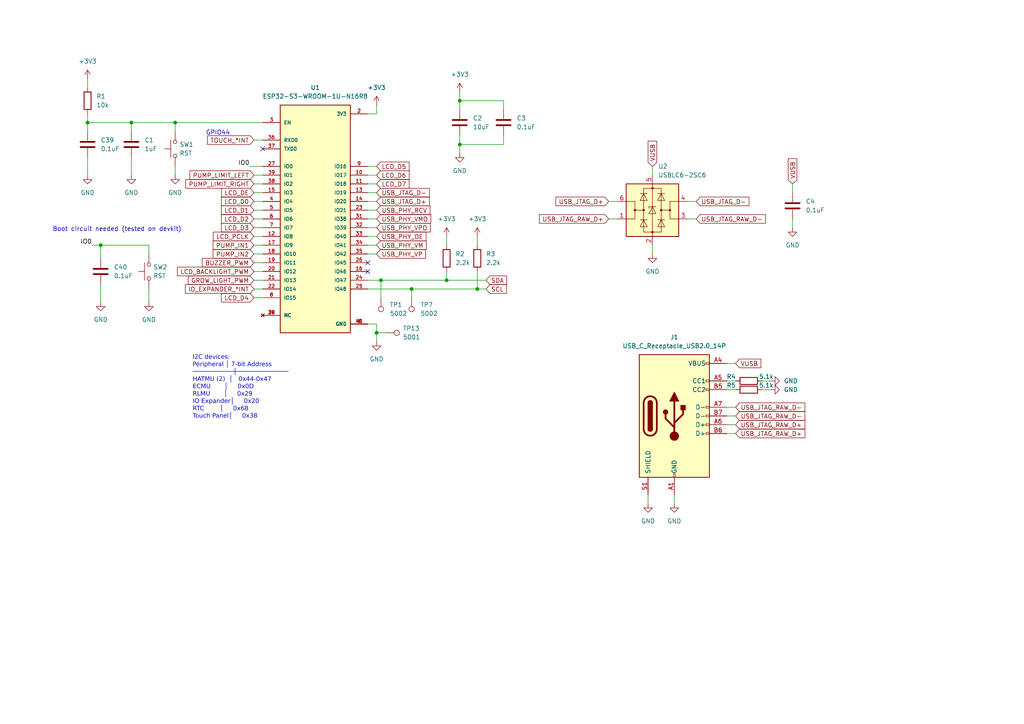
<source format=kicad_sch>
(kicad_sch (version 20231120) (generator "eeschema") (generator_version "8.0")
  (paper "A4")
  (lib_symbols
    (symbol "Connector:TestPoint" (pin_numbers hide) (pin_names (offset 0.762) hide)
      (property "Reference" "TP" (at 0 6.858 0))
      (property "Value" "TestPoint" (at 0 5.08 0))
      (symbol "TestPoint_0_1"
        (circle (center 0 3.302) (radius 0.762))
      )
      (symbol "TestPoint_1_1"
        (pin passive line (at 0 0 90) (length 2.54) (name "1") (number "1"))
      )
    )
    (symbol "Connector:USB_C_Receptacle_USB2.0_14P" (pin_names (offset 1.016))
      (property "Reference" "J" (at 0 22.225 0))
      (property "Value" "USB_C_Receptacle_USB2.0_14P" (at 0 19.685 0))
      (symbol "USB_C_Receptacle_USB2.0_14P_0_0"
        (rectangle (start -0.254 -17.78) (end 0.254 -16.764))
        (rectangle (start 10.16 -4.826) (end 9.144 -5.334))
        (rectangle (start 10.16 -2.286) (end 9.144 -2.794))
        (rectangle (start 10.16 0.254) (end 9.144 -0.254))
        (rectangle (start 10.16 2.794) (end 9.144 2.286))
        (rectangle (start 10.16 7.874) (end 9.144 7.366))
        (rectangle (start 10.16 10.414) (end 9.144 9.906))
        (rectangle (start 10.16 15.494) (end 9.144 14.986))
      )
      (symbol "USB_C_Receptacle_USB2.0_14P_0_1"
        (rectangle (start -10.16 17.78) (end 10.16 -17.78) (stroke (width 0.254)) (fill (type background)))
        (arc (start -8.89 -3.81) (mid -6.985 -5.7067) (end -5.08 -3.81) (stroke (width 0.508)))
        (arc (start -7.62 -3.81) (mid -6.985 -4.4423) (end -6.35 -3.81) (stroke (width 0.254)))
        (arc (start -7.62 -3.81) (mid -6.985 -4.4423) (end -6.35 -3.81) (stroke (width 0.254)) (fill (type outline)))
        (rectangle (start -7.62 -3.81) (end -6.35 3.81) (stroke (width 0.254)) (fill (type outline)))
        (arc (start -6.35 3.81) (mid -6.985 4.4423) (end -7.62 3.81) (stroke (width 0.254)))
        (arc (start -6.35 3.81) (mid -6.985 4.4423) (end -7.62 3.81) (stroke (width 0.254)) (fill (type outline)))
        (arc (start -5.08 3.81) (mid -6.985 5.7067) (end -8.89 3.81) (stroke (width 0.508)))
        (circle (center -2.54 1.143) (radius 0.635) (stroke (width 0.254)) (fill (type outline)))
        (circle (center 0 -5.842) (radius 1.27) (fill (type outline)))
        (polyline (pts (xy -8.89 -3.81) (xy -8.89 3.81)) (stroke (width 0.508)))
        (polyline (pts (xy -5.08 3.81) (xy -5.08 -3.81)) (stroke (width 0.508)))
        (polyline (pts (xy 0 -5.842) (xy 0 4.318)) (stroke (width 0.508)))
        (polyline (pts (xy 0 -3.302) (xy -2.54 -0.762) (xy -2.54 0.508)) (stroke (width 0.508)))
        (polyline (pts (xy 0 -2.032) (xy 2.54 0.508) (xy 2.54 1.778)) (stroke (width 0.508)))
        (polyline (pts (xy -1.27 4.318) (xy 0 6.858) (xy 1.27 4.318) (xy -1.27 4.318)) (stroke (width 0.254)) (fill (type outline)))
        (rectangle (start 1.905 1.778) (end 3.175 3.048) (stroke (width 0.254)) (fill (type outline)))
      )
      (symbol "USB_C_Receptacle_USB2.0_14P_1_1"
        (pin passive line (at 0 -22.86 90) (length 5.08) (name "GND") (number "A1"))
        (pin passive line (at 0 -22.86 90) (length 5.08) hide (name "GND") (number "A12"))
        (pin passive line (at 15.24 15.24 180) (length 5.08) (name "VBUS") (number "A4"))
        (pin bidirectional line (at 15.24 10.16 180) (length 5.08) (name "CC1") (number "A5"))
        (pin bidirectional line (at 15.24 -2.54 180) (length 5.08) (name "D+") (number "A6"))
        (pin bidirectional line (at 15.24 2.54 180) (length 5.08) (name "D-") (number "A7"))
        (pin passive line (at 15.24 15.24 180) (length 5.08) hide (name "VBUS") (number "A9"))
        (pin passive line (at 0 -22.86 90) (length 5.08) hide (name "GND") (number "B1"))
        (pin passive line (at 0 -22.86 90) (length 5.08) hide (name "GND") (number "B12"))
        (pin passive line (at 15.24 15.24 180) (length 5.08) hide (name "VBUS") (number "B4"))
        (pin bidirectional line (at 15.24 7.62 180) (length 5.08) (name "CC2") (number "B5"))
        (pin bidirectional line (at 15.24 -5.08 180) (length 5.08) (name "D+") (number "B6"))
        (pin bidirectional line (at 15.24 0 180) (length 5.08) (name "D-") (number "B7"))
        (pin passive line (at 15.24 15.24 180) (length 5.08) hide (name "VBUS") (number "B9"))
        (pin passive line (at -7.62 -22.86 90) (length 5.08) (name "SHIELD") (number "S1"))
      )
    )
    (symbol "Device:C" (pin_numbers hide) (pin_names (offset 0.254))
      (property "Reference" "C" (at 0.635 2.54 0))
      (property "Value" "C" (at 0.635 -2.54 0))
      (symbol "C_0_1"
        (polyline (pts (xy -2.032 -0.762) (xy 2.032 -0.762)) (stroke (width 0.508)))
        (polyline (pts (xy -2.032 0.762) (xy 2.032 0.762)) (stroke (width 0.508)))
      )
      (symbol "C_1_1"
        (pin passive line (at 0 3.81 270) (length 2.794) (name "~") (number "1"))
        (pin passive line (at 0 -3.81 90) (length 2.794) (name "~") (number "2"))
      )
    )
    (symbol "Device:R" (pin_numbers hide) (pin_names (offset 0))
      (property "Reference" "R" (at 2.032 0 90))
      (property "Value" "R" (at 0 0 90))
      (symbol "R_0_1"
        (rectangle (start -1.016 -2.54) (end 1.016 2.54) (stroke (width 0.254)))
      )
      (symbol "R_1_1"
        (pin passive line (at 0 3.81 270) (length 1.27) (name "~") (number "1"))
        (pin passive line (at 0 -3.81 90) (length 1.27) (name "~") (number "2"))
      )
    )
    (symbol "ESP32-S3-WROOM-2-N32R8V:ESP32-S3-WROOM-2-N32R8V" (pin_names (offset 1.016))
      (property "Reference" "U1" (at 0 38.1 0))
      (property "Value" "ESP32-S3-WROOM-2-N32R8V" (at 0 35.56 0))
      (symbol "ESP32-S3-WROOM-2-N32R8V_0_0"
        (rectangle (start -10.16 -33.02) (end 10.16 33.02) (stroke (width 0.254)) (fill (type background)))
        (pin power_in line (at 15.24 -30.48 180) (length 5.08) (name "GND") (number "1"))
        (pin bidirectional line (at 15.24 12.7 180) (length 5.08) (name "IO17") (number "10"))
        (pin bidirectional line (at 15.24 10.16 180) (length 5.08) (name "IO18") (number "11"))
        (pin bidirectional line (at -15.24 -5.08 0) (length 5.08) (name "IO8") (number "12"))
        (pin bidirectional line (at 15.24 7.62 180) (length 5.08) (name "IO19") (number "13"))
        (pin bidirectional line (at 15.24 5.08 180) (length 5.08) (name "IO20") (number "14"))
        (pin bidirectional line (at -15.24 7.62 0) (length 5.08) (name "IO3") (number "15"))
        (pin bidirectional line (at 15.24 -15.24 180) (length 5.08) (name "IO46") (number "16"))
        (pin bidirectional line (at -15.24 -7.62 0) (length 5.08) (name "IO9") (number "17"))
        (pin bidirectional line (at -15.24 -10.16 0) (length 5.08) (name "IO10") (number "18"))
        (pin bidirectional line (at -15.24 -12.7 0) (length 5.08) (name "IO11") (number "19"))
        (pin power_in line (at 15.24 30.48 180) (length 5.08) (name "3V3") (number "2"))
        (pin bidirectional line (at -15.24 -15.24 0) (length 5.08) (name "IO12") (number "20"))
        (pin bidirectional line (at -15.24 -17.78 0) (length 5.08) (name "IO13") (number "21"))
        (pin bidirectional line (at -15.24 -20.32 0) (length 5.08) (name "IO14") (number "22"))
        (pin bidirectional line (at 15.24 2.54 180) (length 5.08) (name "IO21") (number "23"))
        (pin bidirectional line (at 15.24 -17.78 180) (length 5.08) (name "IO47") (number "24"))
        (pin bidirectional line (at 15.24 -20.32 180) (length 5.08) (name "IO48") (number "25"))
        (pin bidirectional line (at 15.24 -12.7 180) (length 5.08) (name "IO45") (number "26"))
        (pin bidirectional line (at -15.24 15.24 0) (length 5.08) (name "IO0") (number "27"))
        (pin no_connect line (at -15.24 -27.94 0) (length 5.08) (name "NC") (number "28"))
        (pin no_connect line (at -15.24 -27.94 0) (length 5.08) (name "NC") (number "29"))
        (pin input line (at -15.24 27.94 0) (length 5.08) (name "EN") (number "3"))
        (pin no_connect line (at -15.24 -27.94 0) (length 5.08) (name "NC") (number "30"))
        (pin bidirectional line (at 15.24 0 180) (length 5.08) (name "IO38") (number "31"))
        (pin bidirectional line (at 15.24 -2.54 180) (length 5.08) (name "IO39") (number "32"))
        (pin bidirectional line (at 15.24 -5.08 180) (length 5.08) (name "IO40") (number "33"))
        (pin bidirectional line (at 15.24 -7.62 180) (length 5.08) (name "IO41") (number "34"))
        (pin bidirectional line (at 15.24 -10.16 180) (length 5.08) (name "IO42") (number "35"))
        (pin bidirectional line (at -15.24 22.86 0) (length 5.08) (name "RXD0") (number "36"))
        (pin bidirectional line (at -15.24 20.32 0) (length 5.08) (name "TXD0") (number "37"))
        (pin bidirectional line (at -15.24 10.16 0) (length 5.08) (name "IO2") (number "38"))
        (pin bidirectional line (at -15.24 12.7 0) (length 5.08) (name "IO1") (number "39"))
        (pin bidirectional line (at -15.24 5.08 0) (length 5.08) (name "IO4") (number "4"))
        (pin power_in line (at 15.24 -30.48 180) (length 5.08) (name "GND") (number "40"))
        (pin bidirectional line (at -15.24 2.54 0) (length 5.08) (name "IO5") (number "5"))
        (pin bidirectional line (at -15.24 0 0) (length 5.08) (name "IO6") (number "6"))
        (pin bidirectional line (at -15.24 -2.54 0) (length 5.08) (name "IO7") (number "7"))
        (pin bidirectional line (at -15.24 -22.86 0) (length 5.08) (name "IO15") (number "8"))
        (pin bidirectional line (at 15.24 15.24 180) (length 5.08) (name "IO16") (number "9"))
      )
      (symbol "ESP32-S3-WROOM-2-N32R8V_1_0"
        (pin power_in line (at 15.24 -30.48 180) (length 5.08) (name "GND") (number "41"))
      )
    )
    (symbol "Power_Protection:USBLC6-2SC6" (pin_names hide)
      (property "Reference" "U" (at 2.54 8.89 0))
      (property "Value" "USBLC6-2SC6" (at 2.54 -8.89 0))
      (symbol "USBLC6-2SC6_0_1"
        (rectangle (start -7.62 -7.62) (end 7.62 7.62) (stroke (width 0.254)) (fill (type background)))
        (circle (center -5.08 0) (radius 0.254) (fill (type outline)))
        (circle (center -2.54 0) (radius 0.254) (fill (type outline)))
        (rectangle (start -2.54 6.35) (end 2.54 -6.35))
        (circle (center 0 -6.35) (radius 0.254) (fill (type outline)))
        (polyline (pts (xy -5.08 -2.54) (xy -7.62 -2.54)))
        (polyline (pts (xy -5.08 0) (xy -5.08 -2.54)))
        (polyline (pts (xy -5.08 2.54) (xy -7.62 2.54)))
        (polyline (pts (xy -1.524 -2.794) (xy -3.556 -2.794)))
        (polyline (pts (xy -1.524 4.826) (xy -3.556 4.826)))
        (polyline (pts (xy 0 -7.62) (xy 0 -6.35)))
        (polyline (pts (xy 0 -6.35) (xy 0 1.27)))
        (polyline (pts (xy 0 1.27) (xy 0 6.35)))
        (polyline (pts (xy 0 6.35) (xy 0 7.62)))
        (polyline (pts (xy 1.524 -2.794) (xy 3.556 -2.794)))
        (polyline (pts (xy 1.524 4.826) (xy 3.556 4.826)))
        (polyline (pts (xy 5.08 -2.54) (xy 7.62 -2.54)))
        (polyline (pts (xy 5.08 0) (xy 5.08 -2.54)))
        (polyline (pts (xy 5.08 2.54) (xy 7.62 2.54)))
        (polyline (pts (xy -2.54 0) (xy -5.08 0) (xy -5.08 2.54)))
        (polyline (pts (xy 2.54 0) (xy 5.08 0) (xy 5.08 2.54)))
        (polyline (pts (xy -3.556 -4.826) (xy -1.524 -4.826) (xy -2.54 -2.794) (xy -3.556 -4.826)))
        (polyline (pts (xy -3.556 2.794) (xy -1.524 2.794) (xy -2.54 4.826) (xy -3.556 2.794)))
        (polyline (pts (xy -1.016 -1.016) (xy 1.016 -1.016) (xy 0 1.016) (xy -1.016 -1.016)))
        (polyline (pts (xy 1.016 1.016) (xy 0.762 1.016) (xy -1.016 1.016) (xy -1.016 0.508)))
        (polyline (pts (xy 3.556 -4.826) (xy 1.524 -4.826) (xy 2.54 -2.794) (xy 3.556 -4.826)))
        (polyline (pts (xy 3.556 2.794) (xy 1.524 2.794) (xy 2.54 4.826) (xy 3.556 2.794)))
        (circle (center 0 6.35) (radius 0.254) (fill (type outline)))
        (circle (center 2.54 0) (radius 0.254) (fill (type outline)))
        (circle (center 5.08 0) (radius 0.254) (fill (type outline)))
      )
      (symbol "USBLC6-2SC6_1_1"
        (pin passive line (at -10.16 -2.54 0) (length 2.54) (name "I/O1") (number "1"))
        (pin passive line (at 0 -10.16 90) (length 2.54) (name "GND") (number "2"))
        (pin passive line (at 10.16 -2.54 180) (length 2.54) (name "I/O2") (number "3"))
        (pin passive line (at 10.16 2.54 180) (length 2.54) (name "I/O2") (number "4"))
        (pin passive line (at 0 10.16 270) (length 2.54) (name "VBUS") (number "5"))
        (pin passive line (at -10.16 2.54 0) (length 2.54) (name "I/O1") (number "6"))
      )
    )
    (symbol "Switch:SW_Push" (pin_numbers hide) (pin_names (offset 1.016) hide)
      (property "Reference" "SW" (at 1.27 2.54 0))
      (property "Value" "SW_Push" (at 0 -1.524 0))
      (symbol "SW_Push_0_1"
        (circle (center -2.032 0) (radius 0.508))
        (polyline (pts (xy 0 1.27) (xy 0 3.048)))
        (polyline (pts (xy 2.54 1.27) (xy -2.54 1.27)))
        (circle (center 2.032 0) (radius 0.508))
        (pin passive line (at -5.08 0 0) (length 2.54) (name "1") (number "1"))
        (pin passive line (at 5.08 0 180) (length 2.54) (name "2") (number "2"))
      )
    )
    (symbol "power:+3V3" (power) (pin_names (offset 0))
      (property "Value" "+3V3" (at 0 3.556 0))
      (symbol "+3V3_0_1"
        (polyline (pts (xy -0.762 1.27) (xy 0 2.54)))
        (polyline (pts (xy 0 0) (xy 0 2.54)))
        (polyline (pts (xy 0 2.54) (xy 0.762 1.27)))
      )
      (symbol "+3V3_1_1"
        (pin power_in line (at 0 0 90) (length 0) hide (name "+3V3") (number "1"))
      )
    )
    (symbol "power:GND" (power) (pin_names (offset 0))
      (property "Value" "GND" (at 0 -3.81 0))
      (symbol "GND_0_1"
        (polyline (pts (xy 0 0) (xy 0 -1.27) (xy 1.27 -1.27) (xy 0 -2.54) (xy -1.27 -1.27) (xy 0 -1.27)))
      )
      (symbol "GND_1_1"
        (pin power_in line (at 0 0 270) (length 0) hide (name "GND") (number "1"))
      )
    )
  )
  (junction (at 119.38 83.82))
  (junction (at 133.35 29.21))
  (junction (at 25.4 35.56))
  (junction (at 38.1 35.56))
  (junction (at 50.8 35.56))
  (junction (at 109.22 96.52))
  (junction (at 29.21 71.12))
  (junction (at 133.35 41.91))
  (junction (at 129.54 81.28))
  (junction (at 110.49 81.28))
  (junction (at 138.43 83.82))
  (no_connect (at 76.2 43.18))
  (no_connect (at 106.68 76.2))
  (no_connect (at 106.68 78.74))
  (wire (pts (xy 73.66 83.82) (xy 76.2 83.82)))
  (wire (pts (xy 109.22 30.48) (xy 109.22 33.02)))
  (wire (pts (xy 73.66 76.2) (xy 76.2 76.2)))
  (wire (pts (xy 119.38 83.82) (xy 119.38 86.36)))
  (wire (pts (xy 129.54 78.74) (xy 129.54 81.28)))
  (wire (pts (xy 138.43 68.58) (xy 138.43 71.12)))
  (wire (pts (xy 210.82 120.65) (xy 213.36 120.65)))
  (wire (pts (xy 138.43 83.82) (xy 140.97 83.82)))
  (wire (pts (xy 119.38 83.82) (xy 138.43 83.82)))
  (wire (pts (xy 109.22 73.66) (xy 106.68 73.66)))
  (wire (pts (xy 199.39 58.42) (xy 201.93 58.42)))
  (wire (pts (xy 199.39 63.5) (xy 201.93 63.5)))
  (wire (pts (xy 195.58 143.51) (xy 195.58 146.05)))
  (wire (pts (xy 189.23 48.26) (xy 189.23 50.8)))
  (wire (pts (xy 110.49 81.28) (xy 110.49 86.36)))
  (wire (pts (xy 106.68 53.34) (xy 109.22 53.34)))
  (wire (pts (xy 29.21 71.12) (xy 43.18 71.12)))
  (wire (pts (xy 43.18 83.82) (xy 43.18 87.63)))
  (wire (pts (xy 210.82 113.03) (xy 213.36 113.03)))
  (wire (pts (xy 210.82 118.11) (xy 213.36 118.11)))
  (wire (pts (xy 73.66 63.5) (xy 76.2 63.5)))
  (wire (pts (xy 133.35 29.21) (xy 146.05 29.21)))
  (wire (pts (xy 176.53 63.5) (xy 179.07 63.5)))
  (wire (pts (xy 43.18 71.12) (xy 43.18 73.66)))
  (wire (pts (xy 109.22 66.04) (xy 106.68 66.04)))
  (wire (pts (xy 129.54 68.58) (xy 129.54 71.12)))
  (wire (pts (xy 189.23 71.12) (xy 189.23 73.66)))
  (wire (pts (xy 73.66 40.64) (xy 76.2 40.64)))
  (wire (pts (xy 29.21 71.12) (xy 29.21 74.93)))
  (wire (pts (xy 106.68 48.26) (xy 109.22 48.26)))
  (wire (pts (xy 109.22 58.42) (xy 106.68 58.42)))
  (wire (pts (xy 73.66 71.12) (xy 76.2 71.12)))
  (wire (pts (xy 138.43 78.74) (xy 138.43 83.82)))
  (wire (pts (xy 73.66 50.8) (xy 76.2 50.8)))
  (wire (pts (xy 210.82 105.41) (xy 213.36 105.41)))
  (wire (pts (xy 72.39 48.26) (xy 76.2 48.26)))
  (wire (pts (xy 73.66 60.96) (xy 76.2 60.96)))
  (wire (pts (xy 111.76 96.52) (xy 109.22 96.52)))
  (wire (pts (xy 146.05 41.91) (xy 133.35 41.91)))
  (wire (pts (xy 73.66 81.28) (xy 76.2 81.28)))
  (wire (pts (xy 229.87 53.34) (xy 229.87 55.88)))
  (wire (pts (xy 220.98 110.49) (xy 223.52 110.49)))
  (wire (pts (xy 109.22 68.58) (xy 106.68 68.58)))
  (wire (pts (xy 133.35 26.67) (xy 133.35 29.21)))
  (wire (pts (xy 50.8 35.56) (xy 76.2 35.56)))
  (wire (pts (xy 106.68 81.28) (xy 110.49 81.28)))
  (wire (pts (xy 29.21 82.55) (xy 29.21 87.63)))
  (wire (pts (xy 25.4 22.86) (xy 25.4 25.4)))
  (wire (pts (xy 73.66 86.36) (xy 76.2 86.36)))
  (wire (pts (xy 38.1 35.56) (xy 50.8 35.56)))
  (wire (pts (xy 50.8 35.56) (xy 50.8 38.1)))
  (wire (pts (xy 220.98 113.03) (xy 223.52 113.03)))
  (wire (pts (xy 73.66 73.66) (xy 76.2 73.66)))
  (wire (pts (xy 106.68 50.8) (xy 109.22 50.8)))
  (wire (pts (xy 210.82 123.19) (xy 213.36 123.19)))
  (wire (pts (xy 26.67 71.12) (xy 29.21 71.12)))
  (wire (pts (xy 129.54 81.28) (xy 140.97 81.28)))
  (wire (pts (xy 106.68 83.82) (xy 119.38 83.82)))
  (wire (pts (xy 73.66 78.74) (xy 76.2 78.74)))
  (wire (pts (xy 146.05 39.37) (xy 146.05 41.91)))
  (wire (pts (xy 73.66 58.42) (xy 76.2 58.42)))
  (wire (pts (xy 25.4 45.72) (xy 25.4 50.8)))
  (wire (pts (xy 50.8 48.26) (xy 50.8 50.8)))
  (wire (pts (xy 25.4 35.56) (xy 25.4 38.1)))
  (wire (pts (xy 133.35 41.91) (xy 133.35 44.45)))
  (wire (pts (xy 187.96 143.51) (xy 187.96 146.05)))
  (wire (pts (xy 109.22 55.88) (xy 106.68 55.88)))
  (wire (pts (xy 133.35 29.21) (xy 133.35 31.75)))
  (wire (pts (xy 229.87 63.5) (xy 229.87 66.04)))
  (wire (pts (xy 109.22 99.06) (xy 109.22 96.52)))
  (wire (pts (xy 210.82 110.49) (xy 213.36 110.49)))
  (wire (pts (xy 146.05 29.21) (xy 146.05 31.75)))
  (wire (pts (xy 109.22 71.12) (xy 106.68 71.12)))
  (wire (pts (xy 25.4 35.56) (xy 38.1 35.56)))
  (wire (pts (xy 109.22 60.96) (xy 106.68 60.96)))
  (wire (pts (xy 109.22 96.52) (xy 109.22 93.98)))
  (wire (pts (xy 133.35 39.37) (xy 133.35 41.91)))
  (wire (pts (xy 109.22 93.98) (xy 106.68 93.98)))
  (wire (pts (xy 109.22 63.5) (xy 106.68 63.5)))
  (wire (pts (xy 25.4 33.02) (xy 25.4 35.56)))
  (wire (pts (xy 38.1 45.72) (xy 38.1 50.8)))
  (wire (pts (xy 73.66 53.34) (xy 76.2 53.34)))
  (wire (pts (xy 73.66 66.04) (xy 76.2 66.04)))
  (wire (pts (xy 73.66 55.88) (xy 76.2 55.88)))
  (wire (pts (xy 73.66 68.58) (xy 76.2 68.58)))
  (wire (pts (xy 38.1 35.56) (xy 38.1 38.1)))
  (wire (pts (xy 109.22 33.02) (xy 106.68 33.02)))
  (wire (pts (xy 210.82 125.73) (xy 213.36 125.73)))
  (wire (pts (xy 110.49 81.28) (xy 129.54 81.28)))
  (wire (pts (xy 176.53 58.42) (xy 179.07 58.42)))
  (text "I2C devices:\nPeripheral │ 7-bit Address\n───────────┼──────────────\nHATMU (2)  │   0x44-0x47\nECMU       │     0x0D\nRLMU       │     0x29\nIO Expander│     0x20\nRTC        │     0x68\nTouch Panel│     0x38" (at 55.88 121.92 0) (effects (font (size 1.27 1.27)) (justify left bottom)))
  (text "GPIO44" (at 59.69 39.37 0) (effects (font (size 1.27 1.27)) (justify left bottom)))
  (text "Boot circuit needed (tested on devkit)" (at 15.24 67.31 0) (effects (font (size 1.27 1.27)) (justify left bottom)))
  (label "IO0" (at 72.39 48.26 180))
  (label "IO0" (at 26.67 71.12 180))
  (global_label "LCD_D5" (shape input) (at 109.22 48.26 0) (property "Intersheetrefs" "${INTERSHEET_REFS}" (effects (hide yes))))
  (global_label "USB_JTAG_D-" (shape input) (at 109.22 55.88 0) (property "Intersheetrefs" "${INTERSHEET_REFS}" (effects (hide yes))))
  (global_label "LCD_BACKLIGHT_PWM" (shape input) (at 73.66 78.74 180) (property "Intersheetrefs" "${INTERSHEET_REFS}" (effects (hide yes))))
  (global_label "LCD_D0" (shape input) (at 73.66 58.42 180) (property "Intersheetrefs" "${INTERSHEET_REFS}" (effects (hide yes))))
  (global_label "IO_EXPANDER_*INT" (shape input) (at 73.66 83.82 180) (property "Intersheetrefs" "${INTERSHEET_REFS}" (effects (hide yes))))
  (global_label "SDA" (shape input) (at 140.97 81.28 0) (property "Intersheetrefs" "${INTERSHEET_REFS}" (effects (hide yes))))
  (global_label "LCD_D6" (shape input) (at 109.22 50.8 0) (property "Intersheetrefs" "${INTERSHEET_REFS}" (effects (hide yes))))
  (global_label "VUSB" (shape input) (at 229.87 53.34 90) (property "Intersheetrefs" "${INTERSHEET_REFS}" (effects (hide yes))))
  (global_label "PUMP_LIMIT_LEFT" (shape input) (at 73.66 50.8 180) (property "Intersheetrefs" "${INTERSHEET_REFS}" (effects (hide yes))))
  (global_label "LCD_PCLK" (shape input) (at 73.66 68.58 180) (property "Intersheetrefs" "${INTERSHEET_REFS}" (effects (hide yes))))
  (global_label "BUZZER_PWM" (shape input) (at 73.66 76.2 180) (property "Intersheetrefs" "${INTERSHEET_REFS}" (effects (hide yes))))
  (global_label "VUSB" (shape input) (at 213.36 105.41 0) (property "Intersheetrefs" "${INTERSHEET_REFS}" (effects (hide yes))))
  (global_label "PUMP_IN1" (shape input) (at 73.66 71.12 180) (property "Intersheetrefs" "${INTERSHEET_REFS}" (effects (hide yes))))
  (global_label "PUMP_LIMIT_RIGHT" (shape input) (at 73.66 53.34 180) (property "Intersheetrefs" "${INTERSHEET_REFS}" (effects (hide yes))))
  (global_label "LCD_D1" (shape input) (at 73.66 60.96 180) (property "Intersheetrefs" "${INTERSHEET_REFS}" (effects (hide yes))))
  (global_label "USB_JTAG_RAW_D+" (shape input) (at 213.36 125.73 0) (property "Intersheetrefs" "${INTERSHEET_REFS}" (effects (hide yes))))
  (global_label "USB_JTAG_D-" (shape input) (at 201.93 58.42 0) (property "Intersheetrefs" "${INTERSHEET_REFS}" (effects (hide yes))))
  (global_label "USB_JTAG_RAW_D-" (shape input) (at 201.93 63.5 0) (property "Intersheetrefs" "${INTERSHEET_REFS}" (effects (hide yes))))
  (global_label "USB_JTAG_D+" (shape input) (at 176.53 58.42 180) (property "Intersheetrefs" "${INTERSHEET_REFS}" (effects (hide yes))))
  (global_label "USB_JTAG_RAW_D+" (shape input) (at 176.53 63.5 180) (property "Intersheetrefs" "${INTERSHEET_REFS}" (effects (hide yes))))
  (global_label "VUSB" (shape input) (at 189.23 48.26 90) (property "Intersheetrefs" "${INTERSHEET_REFS}" (effects (hide yes))))
  (global_label "USB_PHY_VM" (shape input) (at 109.22 71.12 0) (property "Intersheetrefs" "${INTERSHEET_REFS}" (effects (hide yes))))
  (global_label "LCD_D2" (shape input) (at 73.66 63.5 180) (property "Intersheetrefs" "${INTERSHEET_REFS}" (effects (hide yes))))
  (global_label "USB_JTAG_RAW_D-" (shape input) (at 213.36 120.65 0) (property "Intersheetrefs" "${INTERSHEET_REFS}" (effects (hide yes))))
  (global_label "USB_PHY_VMO" (shape input) (at 109.22 63.5 0) (property "Intersheetrefs" "${INTERSHEET_REFS}" (effects (hide yes))))
  (global_label "GROW_LIGHT_PWM" (shape input) (at 73.66 81.28 180) (property "Intersheetrefs" "${INTERSHEET_REFS}" (effects (hide yes))))
  (global_label "USB_JTAG_D+" (shape input) (at 109.22 58.42 0) (property "Intersheetrefs" "${INTERSHEET_REFS}" (effects (hide yes))))
  (global_label "LCD_D7" (shape input) (at 109.22 53.34 0) (property "Intersheetrefs" "${INTERSHEET_REFS}" (effects (hide yes))))
  (global_label "LCD_D3" (shape input) (at 73.66 66.04 180) (property "Intersheetrefs" "${INTERSHEET_REFS}" (effects (hide yes))))
  (global_label "USB_PHY_VPO" (shape input) (at 109.22 66.04 0) (property "Intersheetrefs" "${INTERSHEET_REFS}" (effects (hide yes))))
  (global_label "USB_JTAG_RAW_D-" (shape input) (at 213.36 118.11 0) (property "Intersheetrefs" "${INTERSHEET_REFS}" (effects (hide yes))))
  (global_label "LCD_DE" (shape input) (at 73.66 55.88 180) (property "Intersheetrefs" "${INTERSHEET_REFS}" (effects (hide yes))))
  (global_label "TOUCH_*INT" (shape input) (at 73.66 40.64 180) (property "Intersheetrefs" "${INTERSHEET_REFS}" (effects (hide yes))))
  (global_label "USB_PHY_RCV" (shape input) (at 109.22 60.96 0) (property "Intersheetrefs" "${INTERSHEET_REFS}" (effects (hide yes))))
  (global_label "USB_PHY_OE" (shape input) (at 109.22 68.58 0) (property "Intersheetrefs" "${INTERSHEET_REFS}" (effects (hide yes))))
  (global_label "LCD_D4" (shape input) (at 73.66 86.36 180) (property "Intersheetrefs" "${INTERSHEET_REFS}" (effects (hide yes))))
  (global_label "USB_JTAG_RAW_D+" (shape input) (at 213.36 123.19 0) (property "Intersheetrefs" "${INTERSHEET_REFS}" (effects (hide yes))))
  (global_label "PUMP_IN2" (shape input) (at 73.66 73.66 180) (property "Intersheetrefs" "${INTERSHEET_REFS}" (effects (hide yes))))
  (global_label "USB_PHY_VP" (shape input) (at 109.22 73.66 0) (property "Intersheetrefs" "${INTERSHEET_REFS}" (effects (hide yes))))
  (global_label "SCL" (shape input) (at 140.97 83.82 0) (property "Intersheetrefs" "${INTERSHEET_REFS}" (effects (hide yes))))
  (symbol (lib_id "Device:C") (at 29.21 78.74 0) (unit 1)
    (property "Reference" "C40" (at 33.02 77.47 0) (effects (justify left)))
    (property "Value" "0.1uF" (at 33.02 80.01 0) (effects (justify left)))
    (property "Footprint" "Capacitor_SMD:C_0603_1608Metric_Pad1.08x0.95mm_HandSolder" (effects (hide yes)))
  )
  (symbol (lib_id "power:+3V3") (at 138.43 68.58 0) (unit 1)
    (property "Reference" "#PWR07" (effects (hide yes)))
    (property "Value" "+3V3" (at 138.43 63.5 0))
  )
  (symbol (lib_id "Power_Protection:USBLC6-2SC6") (at 189.23 60.96 0) (unit 1)
    (property "Reference" "U2" (at 190.8811 48.26 0) (effects (justify left)))
    (property "Value" "USBLC6-2SC6" (at 190.8811 50.8 0) (effects (justify left)))
    (property "Footprint" "Package_TO_SOT_SMD:SOT-23-6" (effects (hide yes)))
    (property "Datasheet" "https://www.st.com/resource/en/datasheet/usblc6-2.pdf" (effects (hide yes)))
  )
  (symbol (lib_id "Switch:SW_Push") (at 43.18 78.74 90) (unit 1)
    (property "Reference" "SW2" (at 44.45 77.47 90) (effects (justify right)))
    (property "Value" "RST" (at 44.45 80.01 90) (effects (justify right)))
    (property "Footprint" "Button_Switch_SMD:SW_SPST_CK_RS282G05A3" (effects (hide yes)))
    (property "p/n" "PTS636SK25SMTRLFS" (effects (hide yes)))
  )
  (symbol (lib_id "Connector:TestPoint") (at 110.49 86.36 180) (unit 1)
    (property "Reference" "TP1" (at 113.03 88.392 0) (effects (justify right)))
    (property "Value" "5002" (at 113.03 90.932 0) (effects (justify right)))
    (property "Footprint" "TestPoint:TestPoint_Keystone_5000-5004_Miniature" (effects (hide yes)))
  )
  (symbol (lib_id "power:GND") (at 223.52 113.03 90) (unit 1)
    (property "Reference" "#PWR014" (effects (hide yes)))
    (property "Value" "GND" (at 227.33 113.03 90) (effects (justify right)))
  )
  (symbol (lib_id "power:GND") (at 189.23 73.66 0) (unit 1)
    (property "Reference" "#PWR011" (effects (hide yes)))
    (property "Value" "GND" (at 189.23 78.74 0))
  )
  (symbol (lib_id "power:+3V3") (at 129.54 68.58 0) (unit 1)
    (property "Reference" "#PWR06" (effects (hide yes)))
    (property "Value" "+3V3" (at 129.54 63.5 0))
  )
  (symbol (lib_id "power:+3V3") (at 25.4 22.86 0) (unit 1)
    (property "Reference" "#PWR01" (effects (hide yes)))
    (property "Value" "+3V3" (at 25.4 17.78 0))
  )
  (symbol (lib_id "power:+3V3") (at 133.35 26.67 0) (unit 1)
    (property "Reference" "#PWR08" (effects (hide yes)))
    (property "Value" "+3V3" (at 133.35 21.59 0))
  )
  (symbol (lib_id "Connector:TestPoint") (at 111.76 96.52 270) (unit 1)
    (property "Reference" "TP13" (at 116.84 95.25 90) (effects (justify left)))
    (property "Value" "5001" (at 116.84 97.79 90) (effects (justify left)))
    (property "Footprint" "TestPoint:TestPoint_Keystone_5000-5004_Miniature" (effects (hide yes)))
  )
  (symbol (lib_id "Device:R") (at 25.4 29.21 0) (unit 1)
    (property "Reference" "R1" (at 27.94 27.94 0) (effects (justify left)))
    (property "Value" "10k" (at 27.94 30.48 0) (effects (justify left)))
    (property "Footprint" "Resistor_SMD:R_0603_1608Metric_Pad0.98x0.95mm_HandSolder" (effects (hide yes)))
  )
  (symbol (lib_id "Device:R") (at 217.17 110.49 90) (unit 1)
    (property "Reference" "R4" (at 212.09 109.22 90))
    (property "Value" "5.1k" (at 222.25 109.22 90))
    (property "Footprint" "Resistor_SMD:R_0603_1608Metric_Pad0.98x0.95mm_HandSolder" (effects (hide yes)))
  )
  (symbol (lib_id "Connector:USB_C_Receptacle_USB2.0_14P") (at 195.58 120.65 0) (unit 1)
    (property "Reference" "J1" (at 195.58 97.79 0))
    (property "Value" "USB_C_Receptacle_USB2.0_14P" (at 195.58 100.33 0))
    (property "Footprint" "Connector_USB:USB_C_Receptacle_HRO_TYPE-C-31-M-12" (effects (hide yes)))
    (property "Datasheet" "https://www.usb.org/sites/default/files/documents/usb_type-c.zip" (effects (hide yes)))
  )
  (symbol (lib_id "Device:R") (at 138.43 74.93 0) (unit 1)
    (property "Reference" "R3" (at 140.97 73.66 0) (effects (justify left)))
    (property "Value" "2.2k" (at 140.97 76.2 0) (effects (justify left)))
    (property "Footprint" "Resistor_SMD:R_0603_1608Metric_Pad0.98x0.95mm_HandSolder" (effects (hide yes)))
  )
  (symbol (lib_id "power:+3V3") (at 109.22 30.48 0) (unit 1)
    (property "Reference" "#PWR04" (effects (hide yes)))
    (property "Value" "+3V3" (at 109.22 25.4 0))
  )
  (symbol (lib_id "Switch:SW_Push") (at 50.8 43.18 90) (unit 1)
    (property "Reference" "SW1" (at 52.07 41.91 90) (effects (justify right)))
    (property "Value" "RST" (at 52.07 44.45 90) (effects (justify right)))
    (property "Footprint" "Button_Switch_SMD:SW_SPST_CK_RS282G05A3" (effects (hide yes)))
    (property "p/n" "PTS636SK25SMTRLFS" (effects (hide yes)))
  )
  (symbol (lib_id "Connector:TestPoint") (at 119.38 86.36 180) (unit 1)
    (property "Reference" "TP7" (at 121.92 88.392 0) (effects (justify right)))
    (property "Value" "5002" (at 121.92 90.932 0) (effects (justify right)))
    (property "Footprint" "TestPoint:TestPoint_Keystone_5000-5004_Miniature" (effects (hide yes)))
  )
  (symbol (lib_id "power:GND") (at 187.96 146.05 0) (unit 1)
    (property "Reference" "#PWR010" (effects (hide yes)))
    (property "Value" "GND" (at 187.96 151.13 0))
  )
  (symbol (lib_id "Device:C") (at 229.87 59.69 0) (unit 1)
    (property "Reference" "C4" (at 233.68 58.42 0) (effects (justify left)))
    (property "Value" "0.1uF" (at 233.68 60.96 0) (effects (justify left)))
    (property "Footprint" "Capacitor_SMD:C_0603_1608Metric_Pad1.08x0.95mm_HandSolder" (effects (hide yes)))
  )
  (symbol (lib_id "power:GND") (at 229.87 66.04 0) (unit 1)
    (property "Reference" "#PWR015" (effects (hide yes)))
    (property "Value" "GND" (at 229.87 71.12 0))
  )
  (symbol (lib_id "power:GND") (at 50.8 50.8 0) (unit 1)
    (property "Reference" "#PWR03" (effects (hide yes)))
    (property "Value" "GND" (at 50.8 55.88 0))
  )
  (symbol (lib_id "power:GND") (at 43.18 87.63 0) (unit 1)
    (property "Reference" "#PWR0180" (effects (hide yes)))
    (property "Value" "GND" (at 43.18 92.71 0))
  )
  (symbol (lib_id "power:GND") (at 29.21 87.63 0) (unit 1)
    (property "Reference" "#PWR0179" (effects (hide yes)))
    (property "Value" "GND" (at 29.21 92.71 0))
  )
  (symbol (lib_id "Device:R") (at 217.17 113.03 90) (unit 1)
    (property "Reference" "R5" (at 212.09 111.76 90))
    (property "Value" "5.1k" (at 222.25 111.76 90))
    (property "Footprint" "Resistor_SMD:R_0603_1608Metric_Pad0.98x0.95mm_HandSolder" (effects (hide yes)))
  )
  (symbol (lib_id "ESP32-S3-WROOM-2-N32R8V:ESP32-S3-WROOM-2-N32R8V") (at 91.44 63.5 0) (unit 1)
    (property "Reference" "U1" (at 91.44 25.4 0))
    (property "Value" "ESP32-S3-WROOM-1U-N16R8" (at 91.44 27.94 0))
    (property "Footprint" "footprints:XCVR_ESP32-S3-WROOM-2-N32R8V" (effects (hide yes)))
    (property "Description" "\nBluetooth, WiFi 802.11b/g/n, Bluetooth v5.0 Transceiver Module 2.4GHz PCB Trace Surface Mount\n" (effects (hide yes)))
    (property "MF" "Espressif Systems" (effects (hide yes)))
    (property "MAXIMUM_PACKAGE_HEIGHT" "3.25mm" (effects (hide yes)))
    (property "Package" "None" (effects (hide yes)))
    (property "Price" "None" (effects (hide yes)))
    (property "Check_prices" "https://www.snapeda.com/parts/ESP32-S3-WROOM-2-N32R8V/Espressif+Systems/view-part/?ref=eda" (effects (hide yes)))
    (property "STANDARD" "Manufacturer Recommendations" (effects (hide yes)))
    (property "PARTREV" "1.0" (effects (hide yes)))
    (property "SnapEDA_Link" "https://www.snapeda.com/parts/ESP32-S3-WROOM-2-N32R8V/Espressif+Systems/view-part/?ref=snap" (effects (hide yes)))
    (property "MP" "ESP32-S3-WROOM-2-N32R8V" (effects (hide yes)))
    (property "Purchase-URL" "https://www.snapeda.com/api/url_track_click_mouser/?unipart_id=12077616&manufacturer=Espressif Systems&part_name=ESP32-S3-WROOM-2-N32R8V&search_term=esp32-s3-wroom" (effects (hide yes)))
    (property "MANUFACTURER" "Espressif" (effects (hide yes)))
    (property "Availability" "In Stock" (effects (hide yes)))
    (property "SNAPEDA_PN" "ESP32-S3-WROOM-2-N32R8V" (effects (hide yes)))
  )
  (symbol (lib_id "power:GND") (at 195.58 146.05 0) (unit 1)
    (property "Reference" "#PWR012" (effects (hide yes)))
    (property "Value" "GND" (at 195.58 151.13 0))
  )
  (symbol (lib_id "power:GND") (at 109.22 99.06 0) (unit 1)
    (property "Reference" "#PWR05" (effects (hide yes)))
    (property "Value" "GND" (at 109.22 104.14 0))
  )
  (symbol (lib_id "power:GND") (at 133.35 44.45 0) (unit 1)
    (property "Reference" "#PWR09" (effects (hide yes)))
    (property "Value" "GND" (at 133.35 49.53 0))
  )
  (symbol (lib_id "power:GND") (at 25.4 50.8 0) (unit 1)
    (property "Reference" "#PWR0178" (effects (hide yes)))
    (property "Value" "GND" (at 25.4 55.88 0))
  )
  (symbol (lib_id "power:GND") (at 38.1 50.8 0) (unit 1)
    (property "Reference" "#PWR02" (effects (hide yes)))
    (property "Value" "GND" (at 38.1 55.88 0))
  )
  (symbol (lib_id "Device:C") (at 25.4 41.91 0) (unit 1)
    (property "Reference" "C39" (at 29.21 40.64 0) (effects (justify left)))
    (property "Value" "0.1uF" (at 29.21 43.18 0) (effects (justify left)))
    (property "Footprint" "Capacitor_SMD:C_0603_1608Metric_Pad1.08x0.95mm_HandSolder" (effects (hide yes)))
  )
  (symbol (lib_id "Device:R") (at 129.54 74.93 0) (unit 1)
    (property "Reference" "R2" (at 132.08 73.66 0) (effects (justify left)))
    (property "Value" "2.2k" (at 132.08 76.2 0) (effects (justify left)))
    (property "Footprint" "Resistor_SMD:R_0603_1608Metric_Pad0.98x0.95mm_HandSolder" (effects (hide yes)))
  )
  (symbol (lib_id "Device:C") (at 146.05 35.56 0) (unit 1)
    (property "Reference" "C3" (at 149.86 34.29 0) (effects (justify left)))
    (property "Value" "0.1uF" (at 149.86 36.83 0) (effects (justify left)))
    (property "Footprint" "Capacitor_SMD:C_0603_1608Metric_Pad1.08x0.95mm_HandSolder" (effects (hide yes)))
  )
  (symbol (lib_id "Device:C") (at 38.1 41.91 0) (unit 1)
    (property "Reference" "C1" (at 41.91 40.64 0) (effects (justify left)))
    (property "Value" "1uF" (at 41.91 43.18 0) (effects (justify left)))
    (property "Footprint" "Capacitor_SMD:C_0603_1608Metric_Pad1.08x0.95mm_HandSolder" (effects (hide yes)))
  )
  (symbol (lib_id "Device:C") (at 133.35 35.56 0) (unit 1)
    (property "Reference" "C2" (at 137.16 34.29 0) (effects (justify left)))
    (property "Value" "10uF" (at 137.16 36.83 0) (effects (justify left)))
    (property "Footprint" "Capacitor_SMD:C_0603_1608Metric_Pad1.08x0.95mm_HandSolder" (effects (hide yes)))
  )
  (symbol (lib_id "power:GND") (at 223.52 110.49 90) (unit 1)
    (property "Reference" "#PWR013" (effects (hide yes)))
    (property "Value" "GND" (at 227.33 110.49 90) (effects (justify right)))
  )
)
</source>
